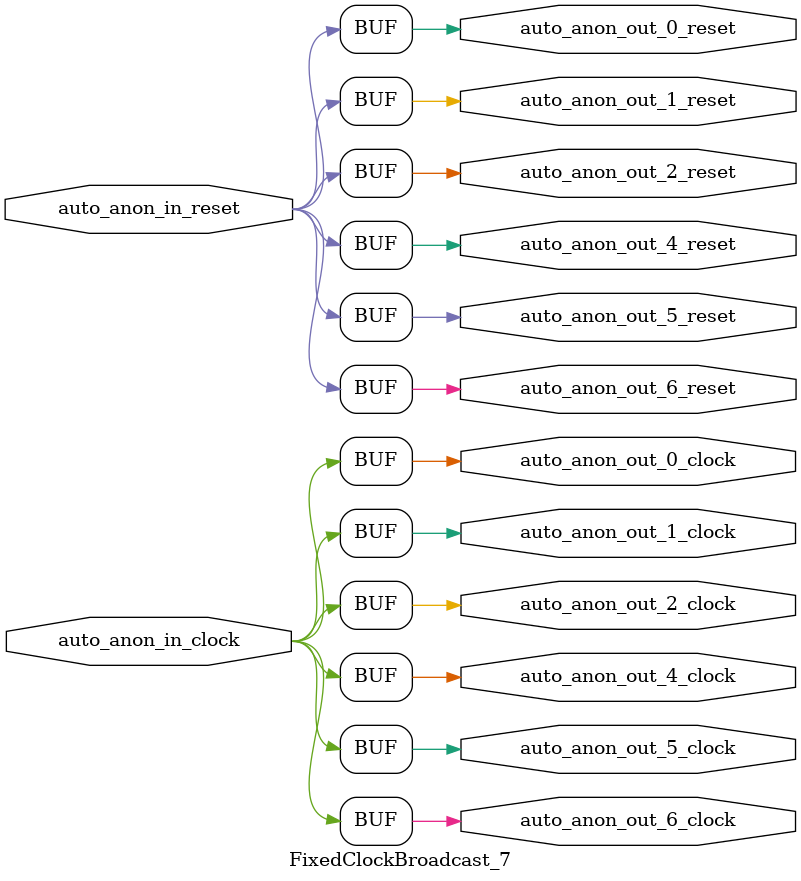
<source format=sv>
module FixedClockBroadcast_7(	// @[generators/rocket-chip/src/main/scala/prci/ClockGroup.scala:104:9]
  input  auto_anon_in_clock,	// @[generators/diplomacy/diplomacy/src/diplomacy/lazymodule/LazyModuleImp.scala:106:25]
  input  auto_anon_in_reset,	// @[generators/diplomacy/diplomacy/src/diplomacy/lazymodule/LazyModuleImp.scala:106:25]
  output auto_anon_out_6_clock,	// @[generators/diplomacy/diplomacy/src/diplomacy/lazymodule/LazyModuleImp.scala:106:25]
  output auto_anon_out_6_reset,	// @[generators/diplomacy/diplomacy/src/diplomacy/lazymodule/LazyModuleImp.scala:106:25]
  output auto_anon_out_5_clock,	// @[generators/diplomacy/diplomacy/src/diplomacy/lazymodule/LazyModuleImp.scala:106:25]
  output auto_anon_out_5_reset,	// @[generators/diplomacy/diplomacy/src/diplomacy/lazymodule/LazyModuleImp.scala:106:25]
  output auto_anon_out_4_clock,	// @[generators/diplomacy/diplomacy/src/diplomacy/lazymodule/LazyModuleImp.scala:106:25]
  output auto_anon_out_4_reset,	// @[generators/diplomacy/diplomacy/src/diplomacy/lazymodule/LazyModuleImp.scala:106:25]
  output auto_anon_out_2_clock,	// @[generators/diplomacy/diplomacy/src/diplomacy/lazymodule/LazyModuleImp.scala:106:25]
  output auto_anon_out_2_reset,	// @[generators/diplomacy/diplomacy/src/diplomacy/lazymodule/LazyModuleImp.scala:106:25]
  output auto_anon_out_1_clock,	// @[generators/diplomacy/diplomacy/src/diplomacy/lazymodule/LazyModuleImp.scala:106:25]
  output auto_anon_out_1_reset,	// @[generators/diplomacy/diplomacy/src/diplomacy/lazymodule/LazyModuleImp.scala:106:25]
  output auto_anon_out_0_clock,	// @[generators/diplomacy/diplomacy/src/diplomacy/lazymodule/LazyModuleImp.scala:106:25]
  output auto_anon_out_0_reset	// @[generators/diplomacy/diplomacy/src/diplomacy/lazymodule/LazyModuleImp.scala:106:25]
);

  assign auto_anon_out_6_clock = auto_anon_in_clock;	// @[generators/rocket-chip/src/main/scala/prci/ClockGroup.scala:104:9]
  assign auto_anon_out_6_reset = auto_anon_in_reset;	// @[generators/rocket-chip/src/main/scala/prci/ClockGroup.scala:104:9]
  assign auto_anon_out_5_clock = auto_anon_in_clock;	// @[generators/rocket-chip/src/main/scala/prci/ClockGroup.scala:104:9]
  assign auto_anon_out_5_reset = auto_anon_in_reset;	// @[generators/rocket-chip/src/main/scala/prci/ClockGroup.scala:104:9]
  assign auto_anon_out_4_clock = auto_anon_in_clock;	// @[generators/rocket-chip/src/main/scala/prci/ClockGroup.scala:104:9]
  assign auto_anon_out_4_reset = auto_anon_in_reset;	// @[generators/rocket-chip/src/main/scala/prci/ClockGroup.scala:104:9]
  assign auto_anon_out_2_clock = auto_anon_in_clock;	// @[generators/rocket-chip/src/main/scala/prci/ClockGroup.scala:104:9]
  assign auto_anon_out_2_reset = auto_anon_in_reset;	// @[generators/rocket-chip/src/main/scala/prci/ClockGroup.scala:104:9]
  assign auto_anon_out_1_clock = auto_anon_in_clock;	// @[generators/rocket-chip/src/main/scala/prci/ClockGroup.scala:104:9]
  assign auto_anon_out_1_reset = auto_anon_in_reset;	// @[generators/rocket-chip/src/main/scala/prci/ClockGroup.scala:104:9]
  assign auto_anon_out_0_clock = auto_anon_in_clock;	// @[generators/rocket-chip/src/main/scala/prci/ClockGroup.scala:104:9]
  assign auto_anon_out_0_reset = auto_anon_in_reset;	// @[generators/rocket-chip/src/main/scala/prci/ClockGroup.scala:104:9]
endmodule


</source>
